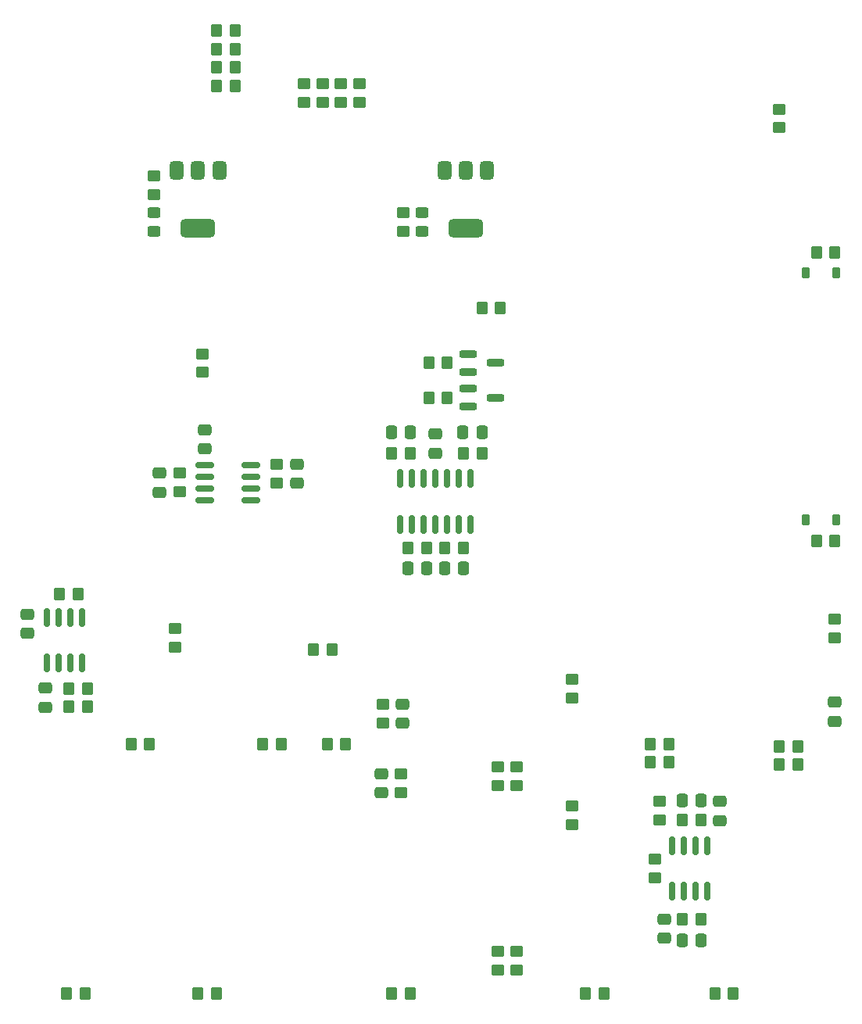
<source format=gbp>
G04 #@! TF.GenerationSoftware,KiCad,Pcbnew,8.0.5*
G04 #@! TF.CreationDate,2024-11-24T11:32:17+01:00*
G04 #@! TF.ProjectId,wolkje,776f6c6b-6a65-42e6-9b69-6361645f7063,rev?*
G04 #@! TF.SameCoordinates,Original*
G04 #@! TF.FileFunction,Paste,Bot*
G04 #@! TF.FilePolarity,Positive*
%FSLAX46Y46*%
G04 Gerber Fmt 4.6, Leading zero omitted, Abs format (unit mm)*
G04 Created by KiCad (PCBNEW 8.0.5) date 2024-11-24 11:32:17*
%MOMM*%
%LPD*%
G01*
G04 APERTURE LIST*
G04 Aperture macros list*
%AMRoundRect*
0 Rectangle with rounded corners*
0 $1 Rounding radius*
0 $2 $3 $4 $5 $6 $7 $8 $9 X,Y pos of 4 corners*
0 Add a 4 corners polygon primitive as box body*
4,1,4,$2,$3,$4,$5,$6,$7,$8,$9,$2,$3,0*
0 Add four circle primitives for the rounded corners*
1,1,$1+$1,$2,$3*
1,1,$1+$1,$4,$5*
1,1,$1+$1,$6,$7*
1,1,$1+$1,$8,$9*
0 Add four rect primitives between the rounded corners*
20,1,$1+$1,$2,$3,$4,$5,0*
20,1,$1+$1,$4,$5,$6,$7,0*
20,1,$1+$1,$6,$7,$8,$9,0*
20,1,$1+$1,$8,$9,$2,$3,0*%
G04 Aperture macros list end*
%ADD10RoundRect,0.250000X-0.350000X-0.450000X0.350000X-0.450000X0.350000X0.450000X-0.350000X0.450000X0*%
%ADD11RoundRect,0.250000X0.350000X0.450000X-0.350000X0.450000X-0.350000X-0.450000X0.350000X-0.450000X0*%
%ADD12RoundRect,0.250000X0.475000X-0.337500X0.475000X0.337500X-0.475000X0.337500X-0.475000X-0.337500X0*%
%ADD13RoundRect,0.250000X0.337500X0.475000X-0.337500X0.475000X-0.337500X-0.475000X0.337500X-0.475000X0*%
%ADD14RoundRect,0.250000X0.450000X-0.350000X0.450000X0.350000X-0.450000X0.350000X-0.450000X-0.350000X0*%
%ADD15RoundRect,0.250000X-0.475000X0.337500X-0.475000X-0.337500X0.475000X-0.337500X0.475000X0.337500X0*%
%ADD16RoundRect,0.250000X-0.450000X0.350000X-0.450000X-0.350000X0.450000X-0.350000X0.450000X0.350000X0*%
%ADD17RoundRect,0.150000X-0.150000X0.825000X-0.150000X-0.825000X0.150000X-0.825000X0.150000X0.825000X0*%
%ADD18RoundRect,0.225000X0.225000X0.375000X-0.225000X0.375000X-0.225000X-0.375000X0.225000X-0.375000X0*%
%ADD19RoundRect,0.375000X-0.375000X0.625000X-0.375000X-0.625000X0.375000X-0.625000X0.375000X0.625000X0*%
%ADD20RoundRect,0.500000X-1.400000X0.500000X-1.400000X-0.500000X1.400000X-0.500000X1.400000X0.500000X0*%
%ADD21RoundRect,0.250000X-0.337500X-0.475000X0.337500X-0.475000X0.337500X0.475000X-0.337500X0.475000X0*%
%ADD22RoundRect,0.150000X0.825000X0.150000X-0.825000X0.150000X-0.825000X-0.150000X0.825000X-0.150000X0*%
%ADD23RoundRect,0.250000X-0.450000X0.325000X-0.450000X-0.325000X0.450000X-0.325000X0.450000X0.325000X0*%
%ADD24RoundRect,0.200000X-0.750000X-0.200000X0.750000X-0.200000X0.750000X0.200000X-0.750000X0.200000X0*%
%ADD25RoundRect,0.150000X0.150000X-0.825000X0.150000X0.825000X-0.150000X0.825000X-0.150000X-0.825000X0*%
G04 APERTURE END LIST*
D10*
X71500000Y-52750000D03*
X73500000Y-52750000D03*
D11*
X124000000Y-138250000D03*
X122000000Y-138250000D03*
D10*
X100250000Y-82750000D03*
X102250000Y-82750000D03*
D11*
X124000000Y-149000000D03*
X122000000Y-149000000D03*
D12*
X126000000Y-138287500D03*
X126000000Y-136212500D03*
D11*
X71500000Y-157000000D03*
X69500000Y-157000000D03*
D12*
X95250000Y-98500000D03*
X95250000Y-96425000D03*
D13*
X98287500Y-111000000D03*
X96212500Y-111000000D03*
D14*
X87000000Y-60500000D03*
X87000000Y-58500000D03*
D15*
X51000000Y-115962500D03*
X51000000Y-118037500D03*
D16*
X110000000Y-136750000D03*
X110000000Y-138750000D03*
D17*
X120845000Y-141025000D03*
X122115000Y-141025000D03*
X123385000Y-141025000D03*
X124655000Y-141025000D03*
X124655000Y-145975000D03*
X123385000Y-145975000D03*
X122115000Y-145975000D03*
X120845000Y-145975000D03*
D11*
X94250000Y-108750000D03*
X92250000Y-108750000D03*
D18*
X138650000Y-79000000D03*
X135350000Y-79000000D03*
D12*
X120000000Y-151037500D03*
X120000000Y-148962500D03*
D11*
X85500000Y-130000000D03*
X83500000Y-130000000D03*
D12*
X89340000Y-135307500D03*
X89340000Y-133232500D03*
D19*
X67200000Y-67850000D03*
X69500000Y-67850000D03*
D20*
X69500000Y-74150000D03*
D19*
X71800000Y-67850000D03*
D10*
X55500000Y-124000000D03*
X57500000Y-124000000D03*
D13*
X100287500Y-96250000D03*
X98212500Y-96250000D03*
D14*
X83000000Y-60500000D03*
X83000000Y-58500000D03*
D11*
X84000000Y-119750000D03*
X82000000Y-119750000D03*
D14*
X78000000Y-101750000D03*
X78000000Y-99750000D03*
D21*
X90462500Y-96250000D03*
X92537500Y-96250000D03*
D12*
X70250000Y-98037500D03*
X70250000Y-95962500D03*
D16*
X64750000Y-68500000D03*
X64750000Y-70500000D03*
D21*
X121962500Y-136140000D03*
X124037500Y-136140000D03*
X92212500Y-111000000D03*
X94287500Y-111000000D03*
X121962500Y-151250000D03*
X124037500Y-151250000D03*
D14*
X104000000Y-154500000D03*
X104000000Y-152500000D03*
D15*
X65285000Y-100675000D03*
X65285000Y-102750000D03*
D10*
X132500000Y-130250000D03*
X134500000Y-130250000D03*
D11*
X64250000Y-130000000D03*
X62250000Y-130000000D03*
X138500000Y-76750000D03*
X136500000Y-76750000D03*
X57250000Y-157000000D03*
X55250000Y-157000000D03*
D10*
X54500000Y-113750000D03*
X56500000Y-113750000D03*
X55500000Y-126000000D03*
X57500000Y-126000000D03*
D15*
X91640000Y-125692500D03*
X91640000Y-127767500D03*
D22*
X75225000Y-99845000D03*
X75225000Y-101115000D03*
X75225000Y-102385000D03*
X75225000Y-103655000D03*
X70275000Y-103655000D03*
X70275000Y-102385000D03*
X70275000Y-101115000D03*
X70275000Y-99845000D03*
D11*
X78500000Y-130000000D03*
X76500000Y-130000000D03*
X92500000Y-98500000D03*
X90500000Y-98500000D03*
D19*
X96200000Y-67850000D03*
X98500000Y-67850000D03*
D20*
X98500000Y-74150000D03*
D19*
X100800000Y-67850000D03*
D23*
X64750000Y-72475000D03*
X64750000Y-74525000D03*
D11*
X138500000Y-108000000D03*
X136500000Y-108000000D03*
D24*
X98750000Y-93450000D03*
X98750000Y-91550000D03*
X101750000Y-92500000D03*
D16*
X67000000Y-117500000D03*
X67000000Y-119500000D03*
D14*
X102000000Y-154500000D03*
X102000000Y-152500000D03*
D18*
X138650000Y-105750000D03*
X135350000Y-105750000D03*
D16*
X89500000Y-125750000D03*
X89500000Y-127750000D03*
D10*
X98250000Y-98500000D03*
X100250000Y-98500000D03*
D14*
X91500000Y-135250000D03*
X91500000Y-133250000D03*
D11*
X120500000Y-132000000D03*
X118500000Y-132000000D03*
X96500000Y-92500000D03*
X94500000Y-92500000D03*
D25*
X56905000Y-121225000D03*
X55635000Y-121225000D03*
X54365000Y-121225000D03*
X53095000Y-121225000D03*
X53095000Y-116275000D03*
X54365000Y-116275000D03*
X55635000Y-116275000D03*
X56905000Y-116275000D03*
D10*
X90500000Y-157000000D03*
X92500000Y-157000000D03*
D14*
X119500000Y-138250000D03*
X119500000Y-136250000D03*
D23*
X93750000Y-72475000D03*
X93750000Y-74525000D03*
D11*
X113500000Y-157000000D03*
X111500000Y-157000000D03*
D10*
X71500000Y-58750000D03*
X73500000Y-58750000D03*
D14*
X81000000Y-60500000D03*
X81000000Y-58500000D03*
D10*
X118500000Y-130000000D03*
X120500000Y-130000000D03*
D11*
X134500000Y-132250000D03*
X132500000Y-132250000D03*
X96500000Y-88750000D03*
X94500000Y-88750000D03*
D16*
X102000000Y-132500000D03*
X102000000Y-134500000D03*
D10*
X96250000Y-108750000D03*
X98250000Y-108750000D03*
D14*
X119000000Y-144500000D03*
X119000000Y-142500000D03*
X85000000Y-60500000D03*
X85000000Y-58500000D03*
D16*
X138500000Y-116500000D03*
X138500000Y-118500000D03*
D15*
X53000000Y-123962500D03*
X53000000Y-126037500D03*
X80250000Y-99712500D03*
X80250000Y-101787500D03*
D14*
X67500000Y-102687500D03*
X67500000Y-100687500D03*
D10*
X71500000Y-54750000D03*
X73500000Y-54750000D03*
X125500000Y-157000000D03*
X127500000Y-157000000D03*
D24*
X98750000Y-89700000D03*
X98750000Y-87800000D03*
X101750000Y-88750000D03*
D16*
X70000000Y-87750000D03*
X70000000Y-89750000D03*
D14*
X91750000Y-74500000D03*
X91750000Y-72500000D03*
D10*
X71500000Y-56750000D03*
X73500000Y-56750000D03*
D14*
X110000000Y-125000000D03*
X110000000Y-123000000D03*
X104000000Y-134500000D03*
X104000000Y-132500000D03*
D16*
X132500000Y-61250000D03*
X132500000Y-63250000D03*
D12*
X138500000Y-127537500D03*
X138500000Y-125462500D03*
D17*
X91440000Y-101275000D03*
X92710000Y-101275000D03*
X93980000Y-101275000D03*
X95250000Y-101275000D03*
X96520000Y-101275000D03*
X97790000Y-101275000D03*
X99060000Y-101275000D03*
X99060000Y-106225000D03*
X97790000Y-106225000D03*
X96520000Y-106225000D03*
X95250000Y-106225000D03*
X93980000Y-106225000D03*
X92710000Y-106225000D03*
X91440000Y-106225000D03*
M02*

</source>
